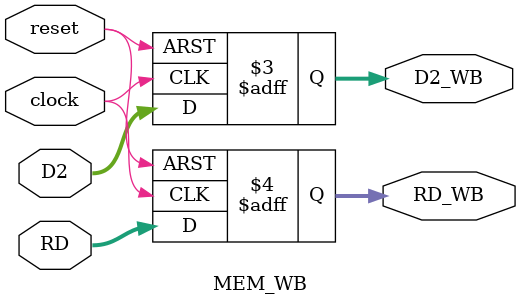
<source format=v>

module MEM_WB(
	input wire clock,
	input wire reset,
	input wire [31:0] D2,
	input wire [4:0] RD,
	output reg [31:0] D2_WB,
	output reg [4:0] RD_WB);
	
	// Write data on positive edge or reset
	always @(posedge clock or posedge reset) begin
		if(reset == 1'b1) begin
			D2_WB <= 32'd0;
			RD_WB <= 5'd0;
		end else begin
			D2_WB <= D2;
			RD_WB <= RD;
		end
	end
	
endmodule


</source>
